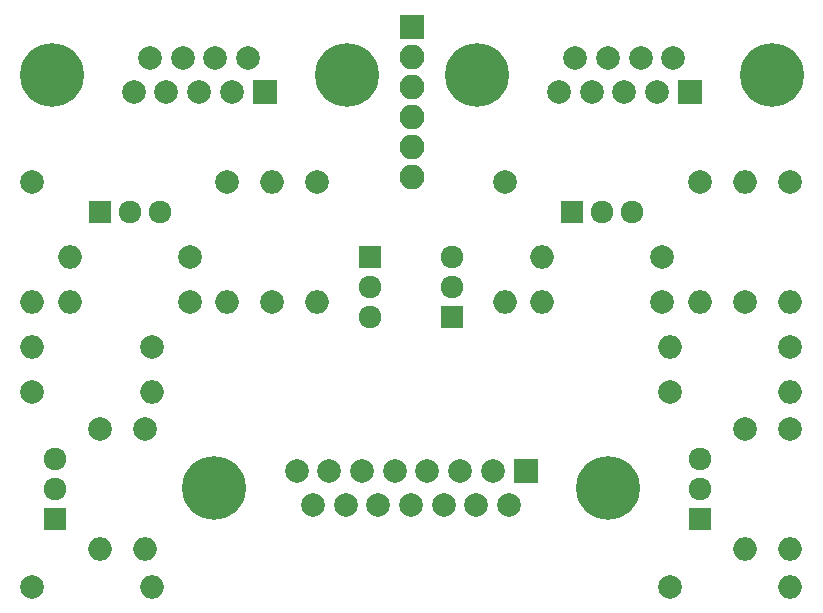
<source format=gbs>
G04 #@! TF.FileFunction,Soldermask,Bot*
%FSLAX46Y46*%
G04 Gerber Fmt 4.6, Leading zero omitted, Abs format (unit mm)*
G04 Created by KiCad (PCBNEW 4.0.7) date 10/17/18 19:09:20*
%MOMM*%
%LPD*%
G01*
G04 APERTURE LIST*
%ADD10C,0.100000*%
%ADD11C,2.000000*%
%ADD12O,2.000000X2.000000*%
%ADD13C,1.920000*%
%ADD14R,1.920000X1.920000*%
%ADD15R,2.100000X2.100000*%
%ADD16O,2.100000X2.100000*%
%ADD17R,2.000000X2.000000*%
%ADD18C,5.400000*%
G04 APERTURE END LIST*
D10*
D11*
X118745000Y-106045000D03*
D12*
X118745000Y-116205000D03*
D11*
X114935000Y-116205000D03*
D12*
X114935000Y-106045000D03*
D11*
X111125000Y-106045000D03*
D12*
X111125000Y-116205000D03*
D11*
X94615000Y-106045000D03*
D12*
X94615000Y-116205000D03*
D11*
X107950000Y-116205000D03*
D12*
X97790000Y-116205000D03*
D11*
X107950000Y-112395000D03*
D12*
X97790000Y-112395000D03*
D11*
X104775000Y-120015000D03*
D12*
X94615000Y-120015000D03*
D11*
X94615000Y-123825000D03*
D12*
X104775000Y-123825000D03*
D11*
X94615000Y-140335000D03*
D12*
X104775000Y-140335000D03*
D11*
X104140000Y-127000000D03*
D12*
X104140000Y-137160000D03*
D11*
X100330000Y-127000000D03*
D12*
X100330000Y-137160000D03*
D11*
X158750000Y-106045000D03*
D12*
X158750000Y-116205000D03*
D11*
X154940000Y-116205000D03*
D12*
X154940000Y-106045000D03*
D11*
X151130000Y-106045000D03*
D12*
X151130000Y-116205000D03*
D11*
X134620000Y-106045000D03*
D12*
X134620000Y-116205000D03*
D11*
X147955000Y-116205000D03*
D12*
X137795000Y-116205000D03*
D11*
X147955000Y-112395000D03*
D12*
X137795000Y-112395000D03*
D11*
X158750000Y-120015000D03*
D12*
X148590000Y-120015000D03*
D11*
X148590000Y-123825000D03*
D12*
X158750000Y-123825000D03*
D11*
X148590000Y-140335000D03*
D12*
X158750000Y-140335000D03*
D11*
X158750000Y-127000000D03*
D12*
X158750000Y-137160000D03*
D11*
X154940000Y-127000000D03*
D12*
X154940000Y-137160000D03*
D13*
X123190000Y-114935000D03*
X123190000Y-117475000D03*
D14*
X123190000Y-112395000D03*
D13*
X102870000Y-108585000D03*
X105410000Y-108585000D03*
D14*
X100330000Y-108585000D03*
D13*
X96520000Y-132080000D03*
X96520000Y-129540000D03*
D14*
X96520000Y-134620000D03*
D13*
X130175000Y-114935000D03*
X130175000Y-112395000D03*
D14*
X130175000Y-117475000D03*
D13*
X142875000Y-108585000D03*
X145415000Y-108585000D03*
D14*
X140335000Y-108585000D03*
D13*
X151130000Y-132080000D03*
X151130000Y-129540000D03*
D14*
X151130000Y-134620000D03*
D15*
X126746000Y-92964000D03*
D16*
X126746000Y-95504000D03*
X126746000Y-98044000D03*
X126746000Y-100584000D03*
X126746000Y-103124000D03*
X126746000Y-105664000D03*
D17*
X150300000Y-98425000D03*
D11*
X147530000Y-98425000D03*
X144760000Y-98425000D03*
X141990000Y-98425000D03*
X139220000Y-98425000D03*
X148915000Y-95585000D03*
X146145000Y-95585000D03*
X143375000Y-95585000D03*
X140605000Y-95585000D03*
D18*
X132260000Y-97005000D03*
X157260000Y-97005000D03*
D17*
X114300000Y-98425000D03*
D11*
X111530000Y-98425000D03*
X108760000Y-98425000D03*
X105990000Y-98425000D03*
X103220000Y-98425000D03*
X112915000Y-95585000D03*
X110145000Y-95585000D03*
X107375000Y-95585000D03*
X104605000Y-95585000D03*
D18*
X96260000Y-97005000D03*
X121260000Y-97005000D03*
D17*
X136398000Y-130556000D03*
D11*
X133628000Y-130556000D03*
X130858000Y-130556000D03*
X128088000Y-130556000D03*
X125318000Y-130556000D03*
X122548000Y-130556000D03*
X119778000Y-130556000D03*
X117008000Y-130556000D03*
X135013000Y-133396000D03*
X132243000Y-133396000D03*
X129473000Y-133396000D03*
X126703000Y-133396000D03*
X123933000Y-133396000D03*
X121163000Y-133396000D03*
X118393000Y-133396000D03*
D18*
X143353000Y-131976000D03*
X110053000Y-131976000D03*
M02*

</source>
